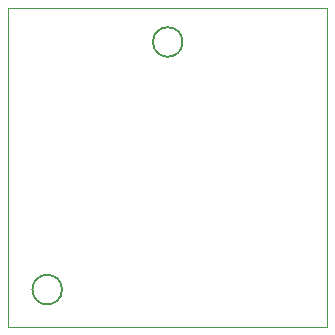
<source format=gbr>
%TF.GenerationSoftware,KiCad,Pcbnew,8.0.3*%
%TF.CreationDate,2024-10-22T13:15:51-04:00*%
%TF.ProjectId,puzzle-piece-battery-pcb,70757a7a-6c65-42d7-9069-6563652d6261,rev?*%
%TF.SameCoordinates,Original*%
%TF.FileFunction,Profile,NP*%
%FSLAX46Y46*%
G04 Gerber Fmt 4.6, Leading zero omitted, Abs format (unit mm)*
G04 Created by KiCad (PCBNEW 8.0.3) date 2024-10-22 13:15:51*
%MOMM*%
%LPD*%
G01*
G04 APERTURE LIST*
%TA.AperFunction,Profile*%
%ADD10C,0.200000*%
%TD*%
%TA.AperFunction,Profile*%
%ADD11C,0.050000*%
%TD*%
G04 APERTURE END LIST*
D10*
X167043000Y-93357000D02*
G75*
G02*
X164543000Y-93357000I-1250000J0D01*
G01*
X164543000Y-93357000D02*
G75*
G02*
X167043000Y-93357000I1250000J0D01*
G01*
X177250000Y-72393000D02*
G75*
G02*
X174750000Y-72393000I-1250000J0D01*
G01*
X174750000Y-72393000D02*
G75*
G02*
X177250000Y-72393000I1250000J0D01*
G01*
D11*
X162500000Y-69500000D02*
X189500000Y-69500000D01*
X189500000Y-96500000D01*
X162500000Y-96500000D01*
X162500000Y-69500000D01*
M02*

</source>
